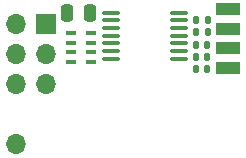
<source format=gbr>
%TF.GenerationSoftware,KiCad,Pcbnew,7.0.8*%
%TF.CreationDate,2024-06-22T11:04:44-04:00*%
%TF.ProjectId,n64amp,6e363461-6d70-42e6-9b69-6361645f7063,rev?*%
%TF.SameCoordinates,Original*%
%TF.FileFunction,Soldermask,Top*%
%TF.FilePolarity,Negative*%
%FSLAX46Y46*%
G04 Gerber Fmt 4.6, Leading zero omitted, Abs format (unit mm)*
G04 Created by KiCad (PCBNEW 7.0.8) date 2024-06-22 11:04:44*
%MOMM*%
%LPD*%
G01*
G04 APERTURE LIST*
G04 Aperture macros list*
%AMRoundRect*
0 Rectangle with rounded corners*
0 $1 Rounding radius*
0 $2 $3 $4 $5 $6 $7 $8 $9 X,Y pos of 4 corners*
0 Add a 4 corners polygon primitive as box body*
4,1,4,$2,$3,$4,$5,$6,$7,$8,$9,$2,$3,0*
0 Add four circle primitives for the rounded corners*
1,1,$1+$1,$2,$3*
1,1,$1+$1,$4,$5*
1,1,$1+$1,$6,$7*
1,1,$1+$1,$8,$9*
0 Add four rect primitives between the rounded corners*
20,1,$1+$1,$2,$3,$4,$5,0*
20,1,$1+$1,$4,$5,$6,$7,0*
20,1,$1+$1,$6,$7,$8,$9,0*
20,1,$1+$1,$8,$9,$2,$3,0*%
G04 Aperture macros list end*
%ADD10RoundRect,0.250000X0.250000X0.475000X-0.250000X0.475000X-0.250000X-0.475000X0.250000X-0.475000X0*%
%ADD11RoundRect,0.135000X0.135000X0.185000X-0.135000X0.185000X-0.135000X-0.185000X0.135000X-0.185000X0*%
%ADD12R,0.900000X0.400000*%
%ADD13RoundRect,0.135000X-0.135000X-0.185000X0.135000X-0.185000X0.135000X0.185000X-0.135000X0.185000X0*%
%ADD14R,2.000000X1.000000*%
%ADD15RoundRect,0.140000X0.140000X0.170000X-0.140000X0.170000X-0.140000X-0.170000X0.140000X-0.170000X0*%
%ADD16RoundRect,0.100000X0.637500X0.100000X-0.637500X0.100000X-0.637500X-0.100000X0.637500X-0.100000X0*%
%ADD17R,1.700000X1.700000*%
%ADD18O,1.700000X1.700000*%
G04 APERTURE END LIST*
D10*
%TO.C,C4*%
X20152400Y-13004800D03*
X18252400Y-13004800D03*
%TD*%
D11*
%TO.C,R1*%
X30128400Y-13614400D03*
X29108400Y-13614400D03*
%TD*%
D12*
%TO.C,RN1*%
X18511200Y-14719600D03*
X18511200Y-15519600D03*
X18511200Y-16319600D03*
X18511200Y-17119600D03*
X20211200Y-17119600D03*
X20211200Y-16319600D03*
X20211200Y-15519600D03*
X20211200Y-14719600D03*
%TD*%
D13*
%TO.C,R2*%
X29108400Y-14630400D03*
X30128400Y-14630400D03*
%TD*%
D14*
%TO.C,TP3*%
X31851600Y-16002000D03*
%TD*%
D15*
%TO.C,C1*%
X30096400Y-15697200D03*
X29136400Y-15697200D03*
%TD*%
%TO.C,C3*%
X30096400Y-17703800D03*
X29136400Y-17703800D03*
%TD*%
D14*
%TO.C,TP1*%
X31851600Y-12700000D03*
%TD*%
D15*
%TO.C,C2*%
X30096400Y-16713200D03*
X29136400Y-16713200D03*
%TD*%
D14*
%TO.C,TP2*%
X31851600Y-14376400D03*
%TD*%
%TO.C,TP4*%
X31826200Y-17653000D03*
%TD*%
D16*
%TO.C,U1*%
X27670600Y-16879600D03*
X27670600Y-16229600D03*
X27670600Y-15579600D03*
X27670600Y-14929600D03*
X27670600Y-14279600D03*
X27670600Y-13629600D03*
X27670600Y-12979600D03*
X21945600Y-12979600D03*
X21945600Y-13629600D03*
X21945600Y-14279600D03*
X21945600Y-14929600D03*
X21945600Y-15579600D03*
X21945600Y-16229600D03*
X21945600Y-16879600D03*
%TD*%
D17*
%TO.C,J1*%
X16426600Y-13944800D03*
D18*
X13886600Y-13944800D03*
X16426600Y-16484800D03*
X13886600Y-16484800D03*
X16426600Y-19024800D03*
X13886600Y-19024800D03*
X13886600Y-24104800D03*
%TD*%
M02*

</source>
